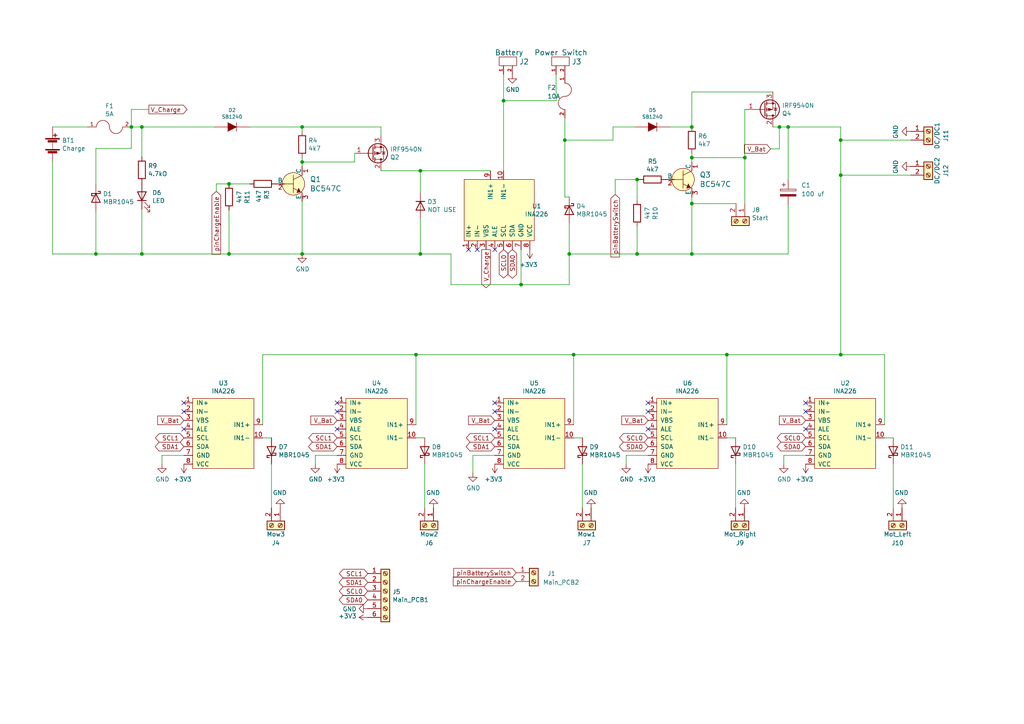
<source format=kicad_sch>
(kicad_sch (version 20211123) (generator eeschema)
  (paper "A4")
  (lib_symbols
    (symbol "Connector:Screw_Terminal_01x02" (pin_names (offset 1.016) hide)
      (property "Reference" "J" (at 0 2.54 0))
      (property "Value" "Screw_Terminal_01x02" (at 0 -5.08 0))
      (symbol "Screw_Terminal_01x02_1_1"
        (rectangle (start -1.27 1.27) (end 1.27 -3.81) (stroke (width 0.254)) (fill (type background)))
        (circle (center 0 -2.54) (radius 0.635) (stroke (width 0.1524)))
        (polyline (pts (xy -0.5334 -2.2098) (xy 0.3302 -3.048)) (stroke (width 0.1524)))
        (polyline (pts (xy -0.5334 0.3302) (xy 0.3302 -0.508)) (stroke (width 0.1524)))
        (polyline (pts (xy -0.3556 -2.032) (xy 0.508 -2.8702)) (stroke (width 0.1524)))
        (polyline (pts (xy -0.3556 0.508) (xy 0.508 -0.3302)) (stroke (width 0.1524)))
        (circle (center 0 0) (radius 0.635) (stroke (width 0.1524)))
        (pin passive line (at -5.08 0 0) (length 3.81) (name "Pin_1") (number "1"))
        (pin passive line (at -5.08 -2.54 0) (length 3.81) (name "Pin_2") (number "2"))
      )
    )
    (symbol "Connector:Screw_Terminal_01x06" (pin_names (offset 1.016) hide)
      (property "Reference" "J" (at 0 7.62 0))
      (property "Value" "Screw_Terminal_01x06" (at 0 -10.16 0))
      (symbol "Screw_Terminal_01x06_1_1"
        (rectangle (start -1.27 6.35) (end 1.27 -8.89) (stroke (width 0.254)) (fill (type background)))
        (circle (center 0 -7.62) (radius 0.635) (stroke (width 0.1524)))
        (circle (center 0 -5.08) (radius 0.635) (stroke (width 0.1524)))
        (circle (center 0 -2.54) (radius 0.635) (stroke (width 0.1524)))
        (polyline (pts (xy -0.5334 -7.2898) (xy 0.3302 -8.128)) (stroke (width 0.1524)))
        (polyline (pts (xy -0.5334 -4.7498) (xy 0.3302 -5.588)) (stroke (width 0.1524)))
        (polyline (pts (xy -0.5334 -2.2098) (xy 0.3302 -3.048)) (stroke (width 0.1524)))
        (polyline (pts (xy -0.5334 0.3302) (xy 0.3302 -0.508)) (stroke (width 0.1524)))
        (polyline (pts (xy -0.5334 2.8702) (xy 0.3302 2.032)) (stroke (width 0.1524)))
        (polyline (pts (xy -0.5334 5.4102) (xy 0.3302 4.572)) (stroke (width 0.1524)))
        (polyline (pts (xy -0.3556 -7.112) (xy 0.508 -7.9502)) (stroke (width 0.1524)))
        (polyline (pts (xy -0.3556 -4.572) (xy 0.508 -5.4102)) (stroke (width 0.1524)))
        (polyline (pts (xy -0.3556 -2.032) (xy 0.508 -2.8702)) (stroke (width 0.1524)))
        (polyline (pts (xy -0.3556 0.508) (xy 0.508 -0.3302)) (stroke (width 0.1524)))
        (polyline (pts (xy -0.3556 3.048) (xy 0.508 2.2098)) (stroke (width 0.1524)))
        (polyline (pts (xy -0.3556 5.588) (xy 0.508 4.7498)) (stroke (width 0.1524)))
        (circle (center 0 0) (radius 0.635) (stroke (width 0.1524)))
        (circle (center 0 2.54) (radius 0.635) (stroke (width 0.1524)))
        (circle (center 0 5.08) (radius 0.635) (stroke (width 0.1524)))
        (pin passive line (at -5.08 5.08 0) (length 3.81) (name "Pin_1") (number "1"))
        (pin passive line (at -5.08 2.54 0) (length 3.81) (name "Pin_2") (number "2"))
        (pin passive line (at -5.08 0 0) (length 3.81) (name "Pin_3") (number "3"))
        (pin passive line (at -5.08 -2.54 0) (length 3.81) (name "Pin_4") (number "4"))
        (pin passive line (at -5.08 -5.08 0) (length 3.81) (name "Pin_5") (number "5"))
        (pin passive line (at -5.08 -7.62 0) (length 3.81) (name "Pin_6") (number "6"))
      )
    )
    (symbol "Device:Battery" (pin_numbers hide) (pin_names (offset 0) hide)
      (property "Reference" "BT" (at 2.54 2.54 0))
      (property "Value" "Battery" (at 2.54 0 0))
      (symbol "Battery_0_1"
        (rectangle (start -2.032 -1.397) (end 2.032 -1.651) (fill (type outline)))
        (rectangle (start -2.032 1.778) (end 2.032 1.524) (fill (type outline)))
        (rectangle (start -1.3208 -1.9812) (end 1.27 -2.4892) (fill (type outline)))
        (rectangle (start -1.3208 1.1938) (end 1.27 0.6858) (fill (type outline)))
        (polyline (pts (xy 0 -1.524) (xy 0 -1.27)))
        (polyline (pts (xy 0 -1.016) (xy 0 -0.762)))
        (polyline (pts (xy 0 -0.508) (xy 0 -0.254)))
        (polyline (pts (xy 0 0) (xy 0 0.254)))
        (polyline (pts (xy 0 0.508) (xy 0 0.762)))
        (polyline (pts (xy 0 1.778) (xy 0 2.54)))
        (polyline (pts (xy 0.254 2.667) (xy 1.27 2.667)) (stroke (width 0.254)))
        (polyline (pts (xy 0.762 3.175) (xy 0.762 2.159)) (stroke (width 0.254)))
      )
      (symbol "Battery_1_1"
        (pin passive line (at 0 5.08 270) (length 2.54) (name "+") (number "1"))
        (pin passive line (at 0 -5.08 90) (length 2.54) (name "-") (number "2"))
      )
    )
    (symbol "Device:C_Polarized" (pin_numbers hide) (pin_names (offset 0.254))
      (property "Reference" "C" (at 0.635 2.54 0))
      (property "Value" "C_Polarized" (at 0.635 -2.54 0))
      (symbol "C_Polarized_0_1"
        (rectangle (start -2.286 0.508) (end 2.286 1.016))
        (polyline (pts (xy -1.778 2.286) (xy -0.762 2.286)))
        (polyline (pts (xy -1.27 2.794) (xy -1.27 1.778)))
        (rectangle (start 2.286 -0.508) (end -2.286 -1.016) (fill (type outline)))
      )
      (symbol "C_Polarized_1_1"
        (pin passive line (at 0 3.81 270) (length 2.794) (name "~") (number "1"))
        (pin passive line (at 0 -3.81 90) (length 2.794) (name "~") (number "2"))
      )
    )
    (symbol "Device:LED" (pin_numbers hide) (pin_names (offset 1.016) hide)
      (property "Reference" "D" (at 0 2.54 0))
      (property "Value" "LED" (at 0 -2.54 0))
      (symbol "LED_0_1"
        (polyline (pts (xy -1.27 -1.27) (xy -1.27 1.27)) (stroke (width 0.254)))
        (polyline (pts (xy -1.27 0) (xy 1.27 0)))
        (polyline (pts (xy 1.27 -1.27) (xy 1.27 1.27) (xy -1.27 0) (xy 1.27 -1.27)) (stroke (width 0.254)))
        (polyline (pts (xy -3.048 -0.762) (xy -4.572 -2.286) (xy -3.81 -2.286) (xy -4.572 -2.286) (xy -4.572 -1.524)))
        (polyline (pts (xy -1.778 -0.762) (xy -3.302 -2.286) (xy -2.54 -2.286) (xy -3.302 -2.286) (xy -3.302 -1.524)))
      )
      (symbol "LED_1_1"
        (pin passive line (at -3.81 0 0) (length 2.54) (name "K") (number "1"))
        (pin passive line (at 3.81 0 180) (length 2.54) (name "A") (number "2"))
      )
    )
    (symbol "Device:R" (pin_numbers hide) (pin_names (offset 0))
      (property "Reference" "R" (at 2.032 0 90))
      (property "Value" "R" (at 0 0 90))
      (symbol "R_0_1"
        (rectangle (start -1.016 -2.54) (end 1.016 2.54) (stroke (width 0.254)))
      )
      (symbol "R_1_1"
        (pin passive line (at 0 3.81 270) (length 1.27) (name "~") (number "1"))
        (pin passive line (at 0 -3.81 90) (length 1.27) (name "~") (number "2"))
      )
    )
    (symbol "Diode:1N4148" (pin_numbers hide) (pin_names (offset 1.016) hide)
      (property "Reference" "D" (at 0 2.54 0))
      (property "Value" "1N4148" (at 0 -2.54 0))
      (symbol "1N4148_0_1"
        (polyline (pts (xy -1.27 1.27) (xy -1.27 -1.27)) (stroke (width 0.254)))
        (polyline (pts (xy 1.27 0) (xy -1.27 0)))
        (polyline (pts (xy 1.27 1.27) (xy 1.27 -1.27) (xy -1.27 0) (xy 1.27 1.27)) (stroke (width 0.254)))
      )
      (symbol "1N4148_1_1"
        (pin passive line (at -3.81 0 0) (length 2.54) (name "K") (number "1"))
        (pin passive line (at 3.81 0 180) (length 2.54) (name "A") (number "2"))
      )
    )
    (symbol "Diode:MBR745" (pin_numbers hide) (pin_names (offset 1.016) hide)
      (property "Reference" "D" (at 0 2.54 0))
      (property "Value" "MBR745" (at 0 -2.54 0))
      (symbol "MBR745_0_1"
        (polyline (pts (xy 1.27 0) (xy -1.27 0)))
        (polyline (pts (xy 1.27 1.27) (xy 1.27 -1.27) (xy -1.27 0) (xy 1.27 1.27)) (stroke (width 0.254)))
        (polyline (pts (xy -1.905 0.635) (xy -1.905 1.27) (xy -1.27 1.27) (xy -1.27 -1.27) (xy -0.635 -1.27) (xy -0.635 -0.635)) (stroke (width 0.254)))
      )
      (symbol "MBR745_1_1"
        (pin passive line (at -3.81 0 0) (length 2.54) (name "K") (number "1"))
        (pin passive line (at 3.81 0 180) (length 2.54) (name "A") (number "2"))
      )
    )
    (symbol "Mechanical:MountingHole_Pad" (pin_numbers hide) (pin_names (offset 1.016) hide)
      (property "Reference" "H" (at 0 6.35 0))
      (property "Value" "MountingHole_Pad" (at 0 4.445 0))
      (symbol "MountingHole_Pad_0_1"
        (circle (center 0 1.27) (radius 1.27) (stroke (width 1.27)))
      )
      (symbol "MountingHole_Pad_1_1"
        (pin input line (at 0 -2.54 90) (length 2.54) (name "1") (number "1"))
      )
    )
    (symbol "Sense_I2C:INA226" (pin_names (offset 1.016))
      (property "Reference" "U" (at 0 11.43 0))
      (property "Value" "INA226" (at 3.81 -6.35 0))
      (symbol "INA226_0_1"
        (rectangle (start 8.89 -10.16) (end -8.89 10.16) (fill (type background)))
      )
      (symbol "INA226_1_1"
        (pin input line (at -11.43 8.89 0) (length 2.54) (name "IN+") (number "1"))
        (pin input line (at 11.43 -1.27 180) (length 2.54) (name "IN1-") (number "10"))
        (pin input line (at -11.43 6.35 0) (length 2.54) (name "IN-") (number "2"))
        (pin input line (at -11.43 3.81 0) (length 2.54) (name "VBS") (number "3"))
        (pin input line (at -11.43 1.27 0) (length 2.54) (name "ALE") (number "4"))
        (pin bidirectional line (at -11.43 -1.27 0) (length 2.54) (name "SCL") (number "5"))
        (pin bidirectional line (at -11.43 -3.81 0) (length 2.54) (name "SDA") (number "6"))
        (pin input line (at -11.43 -6.35 0) (length 2.54) (name "GND") (number "7"))
        (pin input line (at -11.43 -8.89 0) (length 2.54) (name "VCC") (number "8"))
        (pin input line (at 11.43 2.54 180) (length 2.54) (name "IN1+") (number "9"))
      )
    )
    (symbol "Transistor_FET:IRF9540N" (pin_names hide)
      (property "Reference" "Q" (at 5.08 1.905 0))
      (property "Value" "IRF9540N" (at 5.08 0 0))
      (symbol "IRF9540N_0_1"
        (polyline (pts (xy 0.254 0) (xy -2.54 0)))
        (polyline (pts (xy 0.254 1.905) (xy 0.254 -1.905)) (stroke (width 0.254)))
        (polyline (pts (xy 0.762 -1.27) (xy 0.762 -2.286)) (stroke (width 0.254)))
        (polyline (pts (xy 0.762 0.508) (xy 0.762 -0.508)) (stroke (width 0.254)))
        (polyline (pts (xy 0.762 2.286) (xy 0.762 1.27)) (stroke (width 0.254)))
        (polyline (pts (xy 2.54 2.54) (xy 2.54 1.778)))
        (polyline (pts (xy 2.54 -2.54) (xy 2.54 0) (xy 0.762 0)))
        (polyline (pts (xy 0.762 1.778) (xy 3.302 1.778) (xy 3.302 -1.778) (xy 0.762 -1.778)))
        (polyline (pts (xy 2.286 0) (xy 1.27 0.381) (xy 1.27 -0.381) (xy 2.286 0)) (fill (type outline)))
        (polyline (pts (xy 2.794 -0.508) (xy 2.921 -0.381) (xy 3.683 -0.381) (xy 3.81 -0.254)))
        (polyline (pts (xy 3.302 -0.381) (xy 2.921 0.254) (xy 3.683 0.254) (xy 3.302 -0.381)))
        (circle (center 1.651 0) (radius 2.794) (stroke (width 0.254)))
        (circle (center 2.54 -1.778) (radius 0.254) (fill (type outline)))
        (circle (center 2.54 1.778) (radius 0.254) (fill (type outline)))
      )
      (symbol "IRF9540N_1_1"
        (pin input line (at -5.08 0 0) (length 2.54) (name "G") (number "1"))
        (pin passive line (at 2.54 5.08 270) (length 2.54) (name "D") (number "2"))
        (pin passive line (at 2.54 -5.08 90) (length 2.54) (name "S") (number "3"))
      )
    )
    (symbol "charge_pcb-rescue:BC548BTA-dk_Transistors-Bipolar-BJT-Single" (pin_names (offset 0))
      (property "Reference" "Q" (at -3.2004 4.2164 0))
      (property "Value" "BC548BTA-dk_Transistors-Bipolar-BJT-Single" (at 5.2324 0 90))
      (symbol "BC548BTA-dk_Transistors-Bipolar-BJT-Single_0_1"
        (polyline (pts (xy -3.81 0) (xy -2.54 0)))
        (polyline (pts (xy -3.556 0) (xy 0 0)))
        (polyline (pts (xy 0 -1.27) (xy 2.54 -2.54)))
        (polyline (pts (xy 0 1.27) (xy 2.54 2.54)))
        (polyline (pts (xy 0 2.54) (xy 0 -2.54)))
        (polyline (pts (xy 1.524 -1.27) (xy 2.032 -2.286) (xy 1.016 -2.54) (xy 1.524 -1.27)) (fill (type outline)))
        (circle (center 0 0) (radius 3.2512) (fill (type background)))
      )
      (symbol "BC548BTA-dk_Transistors-Bipolar-BJT-Single_1_1"
        (pin passive line (at 2.54 5.08 270) (length 2.54) (name "C") (number "1"))
        (pin input line (at -5.08 0 0) (length 2.54) (name "B") (number "2"))
        (pin passive line (at 2.54 -5.08 90) (length 2.54) (name "E") (number "3"))
      )
    )
    (symbol "charge_pcb-rescue:DIODE-Lötpad_2,5mm" (pin_numbers hide) (pin_names (offset 1.016) hide)
      (property "Reference" "D" (at 0 2.54 0))
      (property "Value" "DIODE-Lötpad_2,5mm" (at 0 -2.54 0))
      (symbol "DIODE-Lötpad_2,5mm_0_1"
        (polyline (pts (xy 1.27 1.27) (xy 1.27 -1.27)) (stroke (width 0.1524)))
        (polyline (pts (xy -1.27 1.27) (xy 1.27 0) (xy -1.27 -1.27)) (fill (type outline)))
      )
      (symbol "DIODE-Lötpad_2,5mm_1_1"
        (pin passive line (at -5.08 0 0) (length 3.81) (name "A") (number "1"))
        (pin passive line (at 5.08 0 180) (length 3.81) (name "K") (number "2"))
      )
    )
    (symbol "charge_pcb-rescue:FUSE-Zimprich" (pin_names (offset 0.254))
      (property "Reference" "F" (at 2.54 1.27 0))
      (property "Value" "FUSE-Zimprich" (at -2.54 -1.27 0))
      (symbol "FUSE-Zimprich_0_1"
        (arc (start 0 0) (mid -1.905 1.905) (end -3.81 0))
        (arc (start 0 0) (mid 1.905 -1.905) (end 3.81 0))
      )
      (symbol "FUSE-Zimprich_1_1"
        (pin input line (at -6.35 0 0) (length 2.54) (name "~") (number "1"))
        (pin input line (at 6.35 0 180) (length 2.54) (name "~") (number "2"))
      )
    )
    (symbol "charge_pcb-rescue:GND-Lötpad_2,5mm" (power) (pin_names (offset 0))
      (property "Value" "GND-Lötpad_2,5mm" (at 0 -3.81 0))
      (symbol "GND-Lötpad_2,5mm_0_1"
        (polyline (pts (xy 0 0) (xy 0 -1.27) (xy 1.27 -1.27) (xy 0 -2.54) (xy -1.27 -1.27) (xy 0 -1.27)))
      )
      (symbol "GND-Lötpad_2,5mm_1_1"
        (pin power_in line (at 0 0 270) (length 0) hide (name "GND") (number "1"))
      )
    )
    (symbol "charge_pcb-rescue:HEADER_2-Zimprich" (pin_names (offset 0))
      (property "Reference" "J" (at 0 3.81 0))
      (property "Value" "HEADER_2-Zimprich" (at 0 -3.81 0))
      (symbol "HEADER_2-Zimprich_0_1"
        (rectangle (start 2.54 2.54) (end 0 -2.54))
      )
      (symbol "HEADER_2-Zimprich_1_1"
        (pin passive line (at -2.54 1.27 0) (length 2.54) (name "~") (number "1"))
        (pin passive line (at -2.54 -1.27 0) (length 2.54) (name "~") (number "2"))
      )
    )
    (symbol "power:+3.3V" (power) (pin_names (offset 0))
      (property "Value" "+3.3V" (at 0 3.556 0))
      (symbol "+3.3V_0_1"
        (polyline (pts (xy -0.762 1.27) (xy 0 2.54)))
        (polyline (pts (xy 0 0) (xy 0 2.54)))
        (polyline (pts (xy 0 2.54) (xy 0.762 1.27)))
      )
      (symbol "+3.3V_1_1"
        (pin power_in line (at 0 0 90) (length 0) hide (name "+3V3") (number "1"))
      )
    )
    (symbol "power:+3V3" (power) (pin_names (offset 0))
      (property "Value" "+3V3" (at 0 3.556 0))
      (symbol "+3V3_0_1"
        (polyline (pts (xy -0.762 1.27) (xy 0 2.54)))
        (polyline (pts (xy 0 0) (xy 0 2.54)))
        (polyline (pts (xy 0 2.54) (xy 0.762 1.27)))
      )
      (symbol "+3V3_1_1"
        (pin power_in line (at 0 0 90) (length 0) hide (name "+3V3") (number "1"))
      )
    )
    (symbol "power:GND" (power) (pin_names (offset 0))
      (property "Value" "GND" (at 0 -3.81 0))
      (symbol "GND_0_1"
        (polyline (pts (xy 0 0) (xy 0 -1.27) (xy 1.27 -1.27) (xy 0 -2.54) (xy -1.27 -1.27) (xy 0 -1.27)))
      )
      (symbol "GND_1_1"
        (pin power_in line (at 0 0 270) (length 0) hide (name "GND") (number "1"))
      )
    )
  )
  (junction (at 243.84 102.87))
  (junction (at 200.66 59.055))
  (junction (at 226.06 36.83))
  (junction (at 87.63 36.83))
  (junction (at 200.66 73.66))
  (junction (at 210.82 102.87))
  (junction (at 166.37 102.87))
  (junction (at 87.63 73.66))
  (junction (at 216.027 45.72))
  (junction (at 165.1 73.66))
  (junction (at 243.84 40.64))
  (junction (at 228.6 36.83))
  (junction (at 200.66 45.72))
  (junction (at 120.65 102.87))
  (junction (at 151.13 82.55))
  (junction (at 27.813 73.66))
  (junction (at 121.92 73.66))
  (junction (at 146.05 29.21))
  (junction (at 121.92 49.53))
  (junction (at 38.1 36.83))
  (junction (at 66.421 73.66))
  (junction (at 41.148 73.66))
  (junction (at 66.421 53.34))
  (junction (at 184.785 52.07))
  (junction (at 41.148 36.83))
  (junction (at 163.83 40.64))
  (junction (at 200.66 36.83))
  (junction (at 87.63 46.99))
  (junction (at 243.84 50.8))
  (junction (at 184.785 73.66))
  (no_connect (at 143.51 124.46))
  (no_connect (at 187.96 116.84))
  (no_connect (at 135.89 72.39))
  (no_connect (at 233.68 124.46))
  (no_connect (at 53.34 119.38))
  (no_connect (at 143.51 116.84))
  (no_connect (at 97.79 119.38))
  (no_connect (at 97.79 124.46))
  (no_connect (at 53.34 116.84))
  (no_connect (at 233.68 116.84))
  (no_connect (at 53.34 124.46))
  (no_connect (at 143.51 119.38))
  (no_connect (at 187.96 124.46))
  (no_connect (at 143.51 72.39))
  (no_connect (at 97.79 116.84))
  (no_connect (at 233.68 119.38))
  (no_connect (at 138.43 72.39))
  (no_connect (at 187.96 119.38))
  (wire (pts (xy 87.63 36.83) (xy 110.49 36.83)))
  (wire (pts (xy 185.42 52.07) (xy 184.785 52.07)))
  (wire (pts (xy 227.33 132.08) (xy 227.33 134.62)))
  (wire (pts (xy 210.82 127) (xy 213.36 127)))
  (wire (pts (xy 143.51 132.08) (xy 137.16 132.08)))
  (wire (pts (xy 200.66 57.15) (xy 200.66 59.055)))
  (wire (pts (xy 161.29 21.59) (xy 161.29 29.21)))
  (wire (pts (xy 41.148 45.466) (xy 41.148 36.83)))
  (wire (pts (xy 224.155 26.67) (xy 200.66 26.67)))
  (wire (pts (xy 137.16 132.08) (xy 137.16 137.16)))
  (wire (pts (xy 243.84 50.8) (xy 243.84 102.87)))
  (wire (pts (xy 200.66 45.72) (xy 200.66 46.99)))
  (wire (pts (xy 165.1 73.66) (xy 184.785 73.66)))
  (wire (pts (xy 200.66 45.72) (xy 216.027 45.72)))
  (wire (pts (xy 120.65 102.87) (xy 166.37 102.87)))
  (wire (pts (xy 264.16 50.8) (xy 243.84 50.8)))
  (wire (pts (xy 123.19 134.62) (xy 123.19 147.32)))
  (wire (pts (xy 163.83 57.15) (xy 165.1 57.15)))
  (wire (pts (xy 243.84 102.87) (xy 210.82 102.87)))
  (wire (pts (xy 163.83 40.64) (xy 163.83 57.15)))
  (wire (pts (xy 177.8 40.64) (xy 177.8 36.83)))
  (wire (pts (xy 146.05 29.21) (xy 146.05 49.53)))
  (wire (pts (xy 243.84 102.87) (xy 256.54 102.87)))
  (wire (pts (xy 228.6 36.83) (xy 243.84 36.83)))
  (wire (pts (xy 200.66 73.66) (xy 228.6 73.66)))
  (wire (pts (xy 43.18 31.75) (xy 38.1 31.75)))
  (wire (pts (xy 130.81 73.66) (xy 130.81 82.55)))
  (wire (pts (xy 87.63 45.72) (xy 87.63 46.99)))
  (wire (pts (xy 184.785 65.659) (xy 184.785 73.66)))
  (wire (pts (xy 163.83 34.29) (xy 163.83 40.64)))
  (wire (pts (xy 223.52 43.18) (xy 226.06 43.18)))
  (wire (pts (xy 165.1 82.55) (xy 165.1 73.66)))
  (wire (pts (xy 256.54 127) (xy 259.08 127)))
  (wire (pts (xy 46.99 132.08) (xy 46.99 134.62)))
  (wire (pts (xy 97.79 132.08) (xy 91.44 132.08)))
  (wire (pts (xy 41.148 60.706) (xy 41.148 73.66)))
  (wire (pts (xy 72.39 36.83) (xy 87.63 36.83)))
  (wire (pts (xy 168.91 134.62) (xy 168.91 147.32)))
  (wire (pts (xy 87.63 46.99) (xy 87.63 48.26)))
  (wire (pts (xy 200.66 44.45) (xy 200.66 45.72)))
  (wire (pts (xy 163.83 40.64) (xy 177.8 40.64)))
  (wire (pts (xy 66.421 53.34) (xy 72.39 53.34)))
  (wire (pts (xy 76.2 123.19) (xy 76.2 102.87)))
  (wire (pts (xy 228.6 59.69) (xy 228.6 73.66)))
  (wire (pts (xy 226.06 43.18) (xy 226.06 36.83)))
  (wire (pts (xy 110.49 49.53) (xy 121.92 49.53)))
  (wire (pts (xy 256.54 102.87) (xy 256.54 123.19)))
  (wire (pts (xy 66.421 53.34) (xy 62.738 53.34)))
  (wire (pts (xy 142.24 49.53) (xy 121.92 49.53)))
  (wire (pts (xy 151.13 72.39) (xy 151.13 82.55)))
  (wire (pts (xy 87.63 73.66) (xy 121.92 73.66)))
  (wire (pts (xy 87.63 36.83) (xy 87.63 38.1)))
  (wire (pts (xy 41.148 36.83) (xy 62.23 36.83)))
  (wire (pts (xy 121.92 63.5) (xy 121.92 73.66)))
  (wire (pts (xy 120.65 127) (xy 123.19 127)))
  (wire (pts (xy 27.813 61.214) (xy 27.813 73.66)))
  (wire (pts (xy 53.34 132.08) (xy 46.99 132.08)))
  (wire (pts (xy 76.2 102.87) (xy 120.65 102.87)))
  (wire (pts (xy 259.08 134.62) (xy 259.08 147.32)))
  (wire (pts (xy 200.66 26.67) (xy 200.66 36.83)))
  (wire (pts (xy 194.31 36.83) (xy 200.66 36.83)))
  (wire (pts (xy 91.44 132.08) (xy 91.44 134.62)))
  (wire (pts (xy 38.1 31.75) (xy 38.1 36.83)))
  (wire (pts (xy 184.785 58.039) (xy 184.785 52.07)))
  (wire (pts (xy 184.785 73.66) (xy 200.66 73.66)))
  (wire (pts (xy 166.37 123.19) (xy 166.37 102.87)))
  (wire (pts (xy 110.49 36.83) (xy 110.49 39.37)))
  (wire (pts (xy 184.785 52.07) (xy 178.435 52.07)))
  (wire (pts (xy 210.82 123.19) (xy 210.82 102.87)))
  (wire (pts (xy 226.06 36.83) (xy 228.6 36.83)))
  (wire (pts (xy 243.84 36.83) (xy 243.84 40.64)))
  (wire (pts (xy 66.421 60.96) (xy 66.421 73.66)))
  (wire (pts (xy 27.813 73.66) (xy 41.148 73.66)))
  (wire (pts (xy 166.37 102.87) (xy 210.82 102.87)))
  (wire (pts (xy 228.6 52.07) (xy 228.6 36.83)))
  (wire (pts (xy 130.81 82.55) (xy 151.13 82.55)))
  (wire (pts (xy 161.29 29.21) (xy 146.05 29.21)))
  (wire (pts (xy 15.24 73.66) (xy 27.813 73.66)))
  (wire (pts (xy 41.148 73.66) (xy 66.421 73.66)))
  (wire (pts (xy 120.65 123.19) (xy 120.65 102.87)))
  (wire (pts (xy 216.027 31.75) (xy 216.027 45.72)))
  (wire (pts (xy 78.74 134.62) (xy 78.74 147.32)))
  (wire (pts (xy 121.92 55.88) (xy 121.92 49.53)))
  (wire (pts (xy 146.05 21.59) (xy 146.05 29.21)))
  (wire (pts (xy 264.16 40.64) (xy 243.84 40.64)))
  (wire (pts (xy 102.87 46.99) (xy 102.87 44.45)))
  (wire (pts (xy 166.37 127) (xy 168.91 127)))
  (wire (pts (xy 187.96 132.08) (xy 181.61 132.08)))
  (wire (pts (xy 243.84 40.64) (xy 243.84 50.8)))
  (wire (pts (xy 121.92 73.66) (xy 130.81 73.66)))
  (wire (pts (xy 200.66 59.055) (xy 200.66 73.66)))
  (wire (pts (xy 216.027 45.72) (xy 216.027 59.055)))
  (wire (pts (xy 76.2 127) (xy 78.74 127)))
  (wire (pts (xy 38.1 36.83) (xy 38.1 43.053)))
  (wire (pts (xy 38.1 43.053) (xy 27.813 43.053)))
  (wire (pts (xy 216.535 31.75) (xy 216.027 31.75)))
  (wire (pts (xy 177.8 36.83) (xy 184.15 36.83)))
  (wire (pts (xy 62.738 53.34) (xy 62.738 55.499)))
  (wire (pts (xy 213.36 134.62) (xy 213.36 147.32)))
  (wire (pts (xy 66.421 73.66) (xy 87.63 73.66)))
  (wire (pts (xy 15.24 36.83) (xy 25.4 36.83)))
  (wire (pts (xy 181.61 132.08) (xy 181.61 134.62)))
  (wire (pts (xy 224.155 36.83) (xy 226.06 36.83)))
  (wire (pts (xy 87.63 73.66) (xy 87.63 58.42)))
  (wire (pts (xy 87.63 46.99) (xy 102.87 46.99)))
  (wire (pts (xy 233.68 132.08) (xy 227.33 132.08)))
  (wire (pts (xy 27.813 43.053) (xy 27.813 53.594)))
  (wire (pts (xy 178.435 52.07) (xy 178.435 56.388)))
  (wire (pts (xy 213.487 59.055) (xy 200.66 59.055)))
  (wire (pts (xy 38.1 36.83) (xy 41.148 36.83)))
  (wire (pts (xy 165.1 73.66) (xy 165.1 64.77)))
  (wire (pts (xy 15.24 73.66) (xy 15.24 46.99)))
  (wire (pts (xy 151.13 82.55) (xy 165.1 82.55)))
  (global_label "V_Charge" (shape output) (at 140.97 72.39 270) (property "Intersheet References" "${INTERSHEET_REFS}" (effects hide)))
  (global_label "SDA0" (shape bidirectional) (at 187.96 129.54 180) (property "Intersheet References" "${INTERSHEET_REFS}" (effects hide)))
  (global_label "SCL1" (shape bidirectional) (at 97.79 127 180) (property "Intersheet References" "${INTERSHEET_REFS}" (effects hide)))
  (global_label "SCL1" (shape bidirectional) (at 106.68 166.37 180) (property "Intersheet References" "${INTERSHEET_REFS}" (effects hide)))
  (global_label "SCL0" (shape bidirectional) (at 146.05 72.39 270) (property "Intersheet References" "${INTERSHEET_REFS}" (effects hide)))
  (global_label "V_Bat" (shape input) (at 53.34 121.92 180) (property "Intersheet References" "${INTERSHEET_REFS}" (effects hide)))
  (global_label "SCL1" (shape bidirectional) (at 143.51 127 180) (property "Intersheet References" "${INTERSHEET_REFS}" (effects hide)))
  (global_label "pinChargeEnable" (shape input) (at 149.733 168.656 180) (property "Intersheet References" "${INTERSHEET_REFS}" (effects hide)))
  (global_label "SDA0" (shape bidirectional) (at 106.68 173.99 180) (property "Intersheet References" "${INTERSHEET_REFS}" (effects hide)))
  (global_label "SDA1" (shape bidirectional) (at 53.34 129.54 180) (property "Intersheet References" "${INTERSHEET_REFS}" (effects hide)))
  (global_label "SDA0" (shape bidirectional) (at 233.68 129.54 180) (property "Intersheet References" "${INTERSHEET_REFS}" (effects hide)))
  (global_label "V_Bat" (shape input) (at 187.96 121.92 180) (property "Intersheet References" "${INTERSHEET_REFS}" (effects hide)))
  (global_label "SDA1" (shape bidirectional) (at 97.79 129.54 180) (property "Intersheet References" "${INTERSHEET_REFS}" (effects hide)))
  (global_label "V_Bat" (shape input) (at 143.51 121.92 180) (property "Intersheet References" "${INTERSHEET_REFS}" (effects hide)))
  (global_label "SDA1" (shape bidirectional) (at 106.68 168.91 180) (property "Intersheet References" "${INTERSHEET_REFS}" (effects hide)))
  (global_label "V_Charge" (shape output) (at 43.18 31.75 0) (property "Intersheet References" "${INTERSHEET_REFS}" (effects hide)))
  (global_label "pinBatterySwitch" (shape input) (at 149.733 166.116 180) (property "Intersheet References" "${INTERSHEET_REFS}" (effects hide)))
  (global_label "SCL0" (shape bidirectional) (at 187.96 127 180) (property "Intersheet References" "${INTERSHEET_REFS}" (effects hide)))
  (global_label "V_Bat" (shape input) (at 223.52 43.18 180) (property "Intersheet References" "${INTERSHEET_REFS}" (effects hide)))
  (global_label "pinChargeEnable" (shape input) (at 62.738 55.499 270) (property "Intersheet References" "${INTERSHEET_REFS}" (effects hide)))
  (global_label "SCL0" (shape bidirectional) (at 106.68 171.45 180) (property "Intersheet References" "${INTERSHEET_REFS}" (effects hide)))
  (global_label "SDA0" (shape bidirectional) (at 148.59 72.39 270) (property "Intersheet References" "${INTERSHEET_REFS}" (effects hide)))
  (global_label "V_Bat" (shape input) (at 233.68 121.92 180) (property "Intersheet References" "${INTERSHEET_REFS}" (effects hide)))
  (global_label "SCL1" (shape bidirectional) (at 53.34 127 180) (property "Intersheet References" "${INTERSHEET_REFS}" (effects hide)))
  (global_label "V_Bat" (shape input) (at 97.79 121.92 180) (property "Intersheet References" "${INTERSHEET_REFS}" (effects hide)))
  (global_label "SCL0" (shape bidirectional) (at 233.68 127 180) (property "Intersheet References" "${INTERSHEET_REFS}" (effects hide)))
  (global_label "pinBatterySwitch" (shape input) (at 178.435 56.388 270) (property "Intersheet References" "${INTERSHEET_REFS}" (effects hide)))
  (global_label "SDA1" (shape bidirectional) (at 143.51 129.54 180) (property "Intersheet References" "${INTERSHEET_REFS}" (effects hide)))
  (symbol (lib_id "Diode:MBR745") (at 27.813 57.404 270) (unit 1)
    (property "Reference" "D1" (at 29.845 56.2356 90) (effects (justify left)))
    (property "Value" "MBR1045" (at 29.845 58.547 90) (effects (justify left)))
    (property "Footprint" "Package_TO_SOT_THT:TO-220-2_Vertical" (effects hide))
    (property "Datasheet" "http://www.onsemi.com/pub_link/Collateral/MBR735-D.PDF" (effects hide))
  )
  (symbol (lib_id "Device:Battery") (at 15.24 41.91 0) (unit 1)
    (property "Reference" "BT1" (at 17.9832 40.7416 0) (effects (justify left)))
    (property "Value" "Charge" (at 17.9832 43.053 0) (effects (justify left)))
    (property "Footprint" "Zimprich:Anschlussklemme_2P_RM5,08" (effects hide))
  )
  (symbol (lib_id "charge_pcb-rescue:FUSE-Zimprich") (at 31.75 36.83 0) (unit 1)
    (property "Reference" "F1" (at 31.75 30.734 0))
    (property "Value" "5A" (at 31.75 33.0454 0))
    (property "Footprint" "Zimprich:Fuseholder_Reichelt_PL112000" (effects hide))
  )
  (symbol (lib_id "charge_pcb-rescue:DIODE-Lötpad_2,5mm") (at 67.31 36.83 0) (unit 1)
    (property "Reference" "D2" (at 67.31 31.9532 0) (effects (font (size 1.016 1.016))))
    (property "Value" "SB1240" (at 67.31 33.8836 0) (effects (font (size 1.016 1.016))))
    (property "Footprint" "Diode_THT:D_DO-41_SOD81_P10.16mm_Horizontal" (effects hide))
  )
  (symbol (lib_id "charge_pcb-rescue:BC548BTA-dk_Transistors-Bipolar-BJT-Single") (at 85.09 53.34 0) (unit 1)
    (property "Reference" "Q1" (at 89.8652 51.9938 0) (effects (font (size 1.524 1.524)) (justify left)))
    (property "Value" "BC547C" (at 89.8652 54.6862 0) (effects (font (size 1.524 1.524)) (justify left)))
    (property "Footprint" "digikey-footprints:TO-92-3_Formed_Leads" (effects hide))
    (property "Datasheet" "https://media.digikey.com/pdf/Data%20Sheets/ON%20Semiconductor%20PDFs/BC546-50.pdf" (effects hide))
    (property "Digi-Key_PN" "BC548BTACT-ND" (effects hide))
    (property "MPN" "BC548BTA" (effects hide))
    (property "Category" "Discrete Semiconductor Products" (effects hide))
    (property "Family" "Transistors - Bipolar (BJT) - Single" (effects hide))
    (property "DK_Datasheet_Link" "https://media.digikey.com/pdf/Data%20Sheets/ON%20Semiconductor%20PDFs/BC546-50.pdf" (effects hide))
    (property "DK_Detail_Page" "/product-detail/en/on-semiconductor/BC548BTA/BC548BTACT-ND/4553029" (effects hide))
    (property "Description" "TRANS NPN 30V 0.1A TO-92" (effects hide))
    (property "Manufacturer" "ON Semiconductor" (effects hide))
    (property "Status" "Active" (effects hide))
  )
  (symbol (lib_id "Device:R") (at 87.63 41.91 0) (unit 1)
    (property "Reference" "R4" (at 89.408 40.7416 0) (effects (justify left)))
    (property "Value" "4k7" (at 89.408 43.053 0) (effects (justify left)))
    (property "Footprint" "Resistor_THT:R_Axial_DIN0207_L6.3mm_D2.5mm_P7.62mm_Horizontal" (effects hide))
  )
  (symbol (lib_id "Device:R") (at 76.2 53.34 270) (unit 1)
    (property "Reference" "R3" (at 77.3684 55.118 0) (effects (justify left)))
    (property "Value" "4k7" (at 75.057 55.118 0) (effects (justify left)))
    (property "Footprint" "Resistor_THT:R_Axial_DIN0207_L6.3mm_D2.5mm_P7.62mm_Horizontal" (effects hide))
  )
  (symbol (lib_id "charge_pcb-rescue:HEADER_2-Zimprich") (at 162.56 19.05 90) (unit 1)
    (property "Reference" "J3" (at 165.8112 17.907 90) (effects (font (size 1.524 1.524)) (justify right)))
    (property "Value" "Power Switch" (at 154.94 15.24 90) (effects (font (size 1.524 1.524)) (justify right)))
    (property "Footprint" "TerminalBlock:TerminalBlock_bornier-2_P5.08mm" (effects hide))
  )
  (symbol (lib_id "charge_pcb-rescue:HEADER_2-Zimprich") (at 147.32 19.05 90) (unit 1)
    (property "Reference" "J2" (at 150.5712 17.907 90) (effects (font (size 1.524 1.524)) (justify right)))
    (property "Value" "Battery" (at 143.51 15.24 90) (effects (font (size 1.524 1.524)) (justify right)))
    (property "Footprint" "TerminalBlock:TerminalBlock_bornier-2_P5.08mm" (effects hide))
  )
  (symbol (lib_id "Device:R") (at 41.148 49.276 0) (unit 1)
    (property "Reference" "R9" (at 42.926 48.1076 0) (effects (justify left)))
    (property "Value" "4.7kO" (at 42.926 50.419 0) (effects (justify left)))
    (property "Footprint" "Resistor_THT:R_Axial_DIN0207_L6.3mm_D2.5mm_P7.62mm_Horizontal" (effects hide))
  )
  (symbol (lib_id "charge_pcb-rescue:FUSE-Zimprich") (at 163.83 27.94 270) (unit 1)
    (property "Reference" "F2" (at 158.75 25.4 90) (effects (justify left)))
    (property "Value" "10A" (at 158.75 27.94 90) (effects (justify left)))
    (property "Footprint" "Zimprich:Fuseholder_Reichelt_PL112000" (effects hide))
  )
  (symbol (lib_id "power:GND") (at 148.59 21.59 0) (unit 1)
    (property "Reference" "#PWR02" (effects hide))
    (property "Value" "GND" (at 148.717 25.9842 0))
  )
  (symbol (lib_id "power:GND") (at 87.63 73.66 0) (unit 1)
    (property "Reference" "#PWR01" (effects hide))
    (property "Value" "GND" (at 87.757 78.0542 0))
  )
  (symbol (lib_id "Diode:MBR745") (at 165.1 60.96 270) (unit 1)
    (property "Reference" "D4" (at 167.132 59.7916 90) (effects (justify left)))
    (property "Value" "MBR1045" (at 167.132 62.103 90) (effects (justify left)))
    (property "Footprint" "Package_TO_SOT_THT:TO-220-2_Vertical" (effects hide))
    (property "Datasheet" "http://www.onsemi.com/pub_link/Collateral/MBR735-D.PDF" (effects hide))
  )
  (symbol (lib_id "Diode:1N4148") (at 121.92 59.69 270) (unit 1)
    (property "Reference" "D3" (at 123.952 58.5216 90) (effects (justify left)))
    (property "Value" "NOT USE" (at 123.952 60.833 90) (effects (justify left)))
    (property "Footprint" "Diode_THT:D_DO-35_SOD27_P7.62mm_Horizontal" (effects hide))
    (property "Datasheet" "https://assets.nexperia.com/documents/data-sheet/1N4148_1N4448.pdf" (effects hide))
  )
  (symbol (lib_id "charge_pcb-rescue:BC548BTA-dk_Transistors-Bipolar-BJT-Single") (at 198.12 52.07 0) (unit 1)
    (property "Reference" "Q3" (at 202.8952 50.7238 0) (effects (font (size 1.524 1.524)) (justify left)))
    (property "Value" "BC547C" (at 202.8952 53.4162 0) (effects (font (size 1.524 1.524)) (justify left)))
    (property "Footprint" "digikey-footprints:TO-92-3_Formed_Leads" (effects hide))
    (property "Datasheet" "https://media.digikey.com/pdf/Data%20Sheets/ON%20Semiconductor%20PDFs/BC546-50.pdf" (effects hide))
    (property "Digi-Key_PN" "BC548BTACT-ND" (effects hide))
    (property "MPN" "BC548BTA" (effects hide))
    (property "Category" "Discrete Semiconductor Products" (effects hide))
    (property "Family" "Transistors - Bipolar (BJT) - Single" (effects hide))
    (property "DK_Datasheet_Link" "https://media.digikey.com/pdf/Data%20Sheets/ON%20Semiconductor%20PDFs/BC546-50.pdf" (effects hide))
    (property "DK_Detail_Page" "/product-detail/en/on-semiconductor/BC548BTA/BC548BTACT-ND/4553029" (effects hide))
    (property "Description" "TRANS NPN 30V 0.1A TO-92" (effects hide))
    (property "Manufacturer" "ON Semiconductor" (effects hide))
    (property "Status" "Active" (effects hide))
  )
  (symbol (lib_id "Mechanical:MountingHole_Pad") (at 300.99 13.97 0) (unit 1)
    (property "Reference" "H1" (at 303.53 12.7254 0) (effects (justify left)))
    (property "Value" "MountingHole_Pad" (at 303.53 15.0368 0) (effects (justify left)))
    (property "Footprint" "MountingHole:MountingHole_3.2mm_M3_DIN965_Pad_TopBottom" (effects hide))
  )
  (symbol (lib_id "Device:LED") (at 41.148 56.896 90) (unit 1)
    (property "Reference" "D6" (at 44.1452 55.9054 90) (effects (justify right)))
    (property "Value" "LED" (at 44.1452 58.2168 90) (effects (justify right)))
    (property "Footprint" "LED_THT:LED_D1.8mm_W3.3mm_H2.4mm" (effects hide))
  )
  (symbol (lib_id "Device:R") (at 189.23 52.07 90) (unit 1)
    (property "Reference" "R5" (at 189.23 46.8122 90))
    (property "Value" "4k7" (at 189.23 49.1236 90))
    (property "Footprint" "Resistor_THT:R_Axial_DIN0207_L6.3mm_D2.5mm_P7.62mm_Horizontal" (effects hide))
  )
  (symbol (lib_id "Mechanical:MountingHole_Pad") (at 300.99 26.67 0) (unit 1)
    (property "Reference" "H2" (at 303.53 25.4254 0) (effects (justify left)))
    (property "Value" "MountingHole_Pad" (at 303.53 27.7368 0) (effects (justify left)))
    (property "Footprint" "MountingHole:MountingHole_3.2mm_M3_DIN965_Pad_TopBottom" (effects hide))
  )
  (symbol (lib_id "Mechanical:MountingHole_Pad") (at 300.99 39.37 0) (unit 1)
    (property "Reference" "H3" (at 303.53 38.1254 0) (effects (justify left)))
    (property "Value" "MountingHole_Pad" (at 303.53 40.4368 0) (effects (justify left)))
    (property "Footprint" "MountingHole:MountingHole_3.2mm_M3_DIN965_Pad_TopBottom" (effects hide))
  )
  (symbol (lib_id "Mechanical:MountingHole_Pad") (at 300.99 50.8 0) (unit 1)
    (property "Reference" "H4" (at 303.53 49.5554 0) (effects (justify left)))
    (property "Value" "MountingHole_Pad" (at 303.53 51.8668 0) (effects (justify left)))
    (property "Footprint" "MountingHole:MountingHole_3.2mm_M3_DIN965_Pad_TopBottom" (effects hide))
  )
  (symbol (lib_id "charge_pcb-rescue:GND-Lötpad_2,5mm") (at 300.99 16.51 0) (unit 1)
    (property "Reference" "#PWR0101" (effects hide))
    (property "Value" "GND" (at 301.117 21.1074 0) (effects (font (size 1.524 1.524))))
  )
  (symbol (lib_id "Device:R") (at 200.66 40.64 0) (unit 1)
    (property "Reference" "R6" (at 202.438 39.4716 0) (effects (justify left)))
    (property "Value" "4k7" (at 202.438 41.783 0) (effects (justify left)))
    (property "Footprint" "Resistor_THT:R_Axial_DIN0207_L6.3mm_D2.5mm_P7.62mm_Horizontal" (effects hide))
  )
  (symbol (lib_id "charge_pcb-rescue:GND-Lötpad_2,5mm") (at 300.99 29.21 0) (unit 1)
    (property "Reference" "#PWR0102" (effects hide))
    (property "Value" "GND" (at 301.117 33.8074 0) (effects (font (size 1.524 1.524))))
  )
  (symbol (lib_id "charge_pcb-rescue:GND-Lötpad_2,5mm") (at 300.99 41.91 0) (unit 1)
    (property "Reference" "#PWR0103" (effects hide))
    (property "Value" "GND" (at 301.117 46.5074 0) (effects (font (size 1.524 1.524))))
  )
  (symbol (lib_id "charge_pcb-rescue:GND-Lötpad_2,5mm") (at 300.99 53.34 0) (unit 1)
    (property "Reference" "#PWR0104" (effects hide))
    (property "Value" "GND" (at 301.117 57.9374 0) (effects (font (size 1.524 1.524))))
  )
  (symbol (lib_id "Connector:Screw_Terminal_01x02") (at 154.813 166.116 0) (unit 1)
    (property "Reference" "J1" (at 158.75 166.37 0) (effects (justify left)))
    (property "Value" "Main_PCB2" (at 157.48 168.91 0) (effects (justify left)))
    (property "Footprint" "Connector_JST:JST_XH_B2B-XH-A_1x02_P2.50mm_Vertical" (effects hide))
  )
  (symbol (lib_id "charge_pcb-rescue:DIODE-Lötpad_2,5mm") (at 189.23 36.83 0) (unit 1)
    (property "Reference" "D5" (at 189.23 31.9532 0) (effects (font (size 1.016 1.016))))
    (property "Value" "SB1240" (at 189.23 33.8836 0) (effects (font (size 1.016 1.016))))
    (property "Footprint" "Diode_THT:D_DO-41_SOD81_P10.16mm_Horizontal" (effects hide))
  )
  (symbol (lib_id "Connector:Screw_Terminal_01x02") (at 216.027 64.135 270) (unit 1)
    (property "Reference" "J8" (at 218.059 60.8838 90) (effects (justify left)))
    (property "Value" "Start" (at 218.059 63.1952 90) (effects (justify left)))
    (property "Footprint" "Connector_JST:JST_XH_B2B-XH-A_1x02_P2.50mm_Vertical" (effects hide))
  )
  (symbol (lib_id "Device:R") (at 184.785 61.849 0) (unit 1)
    (property "Reference" "R10" (at 190.0428 61.849 90))
    (property "Value" "4k7" (at 187.7314 61.849 90))
    (property "Footprint" "Resistor_THT:R_Axial_DIN0207_L6.3mm_D2.5mm_P7.62mm_Horizontal" (effects hide))
  )
  (symbol (lib_id "Transistor_FET:IRF9540N") (at 221.615 31.75 0) (mirror x) (unit 1)
    (property "Reference" "Q4" (at 226.7966 32.9184 0) (effects (justify left)))
    (property "Value" "IRF9540N" (at 226.7966 30.607 0) (effects (justify left)))
    (property "Footprint" "Package_TO_SOT_THT:TO-220-3_Vertical" (effects hide))
    (property "Datasheet" "http://www.irf.com/product-info/datasheets/data/irf9540n.pdf" (effects hide))
  )
  (symbol (lib_id "Transistor_FET:IRF9540N") (at 107.95 44.45 0) (mirror x) (unit 1)
    (property "Reference" "Q2" (at 113.1316 45.6184 0) (effects (justify left)))
    (property "Value" "IRF9540N" (at 113.1316 43.307 0) (effects (justify left)))
    (property "Footprint" "Package_TO_SOT_THT:TO-220-3_Vertical" (effects hide))
    (property "Datasheet" "http://www.irf.com/product-info/datasheets/data/irf9540n.pdf" (effects hide))
  )
  (symbol (lib_id "Device:R") (at 66.421 57.15 0) (unit 1)
    (property "Reference" "R11" (at 71.6788 57.15 90))
    (property "Value" "4k7" (at 69.3674 57.15 90))
    (property "Footprint" "Resistor_THT:R_Axial_DIN0207_L6.3mm_D2.5mm_P7.62mm_Horizontal" (effects hide))
  )
  (symbol (lib_id "Sense_I2C:INA226") (at 144.78 60.96 90) (unit 1)
    (property "Reference" "U1" (at 155.6512 59.7916 90))
    (property "Value" "INA226" (at 155.6512 62.103 90))
    (property "Footprint" "Current_sense:INA226" (effects hide))
  )
  (symbol (lib_id "power:+3.3V") (at 153.67 72.39 180) (unit 1)
    (property "Reference" "#PWR05" (effects hide))
    (property "Value" "+3.3V" (at 153.289 76.7842 0))
  )
  (symbol (lib_id "Sense_I2C:INA226") (at 245.11 125.73 0) (unit 1)
    (property "Reference" "U2" (at 245.11 111.125 0))
    (property "Value" "INA226" (at 245.11 113.4364 0))
    (property "Footprint" "Current_sense:INA226" (effects hide))
  )
  (symbol (lib_id "Connector:Screw_Terminal_01x02") (at 261.62 152.4 270) (unit 1)
    (property "Reference" "J10" (at 260.35 157.48 90))
    (property "Value" "Mot_Left" (at 260.35 154.94 90))
    (property "Footprint" "TerminalBlock:TerminalBlock_bornier-2_P5.08mm" (effects hide))
  )
  (symbol (lib_id "power:GND") (at 261.62 147.32 180) (unit 1)
    (property "Reference" "#PWR020" (effects hide))
    (property "Value" "GND" (at 261.493 142.9258 0))
  )
  (symbol (lib_id "power:GND") (at 227.33 134.62 0) (unit 1)
    (property "Reference" "#PWR018" (effects hide))
    (property "Value" "GND" (at 227.457 139.0142 0))
  )
  (symbol (lib_id "power:+3.3V") (at 233.68 134.62 180) (unit 1)
    (property "Reference" "#PWR019" (effects hide))
    (property "Value" "+3.3V" (at 233.299 139.0142 0))
  )
  (symbol (lib_id "Sense_I2C:INA226") (at 199.39 125.73 0) (unit 1)
    (property "Reference" "U6" (at 199.39 111.125 0))
    (property "Value" "INA226" (at 199.39 113.4364 0))
    (property "Footprint" "Current_sense:INA226" (effects hide))
  )
  (symbol (lib_id "Connector:Screw_Terminal_01x02") (at 215.9 152.4 270) (unit 1)
    (property "Reference" "J9" (at 214.63 157.48 90))
    (property "Value" "Mot_Right" (at 214.63 154.94 90))
    (property "Footprint" "TerminalBlock:TerminalBlock_bornier-2_P5.08mm" (effects hide))
  )
  (symbol (lib_id "power:GND") (at 215.9 147.32 180) (unit 1)
    (property "Reference" "#PWR017" (effects hide))
    (property "Value" "GND" (at 215.773 142.9258 0))
  )
  (symbol (lib_id "power:GND") (at 181.61 134.62 0) (unit 1)
    (property "Reference" "#PWR015" (effects hide))
    (property "Value" "GND" (at 181.737 139.0142 0))
  )
  (symbol (lib_id "power:+3.3V") (at 187.96 134.62 180) (unit 1)
    (property "Reference" "#PWR016" (effects hide))
    (property "Value" "+3.3V" (at 187.579 139.0142 0))
  )
  (symbol (lib_id "Sense_I2C:INA226") (at 154.94 125.73 0) (unit 1)
    (property "Reference" "U5" (at 154.94 111.125 0))
    (property "Value" "INA226" (at 154.94 113.4364 0))
    (property "Footprint" "Current_sense:INA226" (effects hide))
  )
  (symbol (lib_id "Connector:Screw_Terminal_01x02") (at 171.45 152.4 270) (unit 1)
    (property "Reference" "J7" (at 170.18 157.48 90))
    (property "Value" "Mow1" (at 170.18 154.94 90))
    (property "Footprint" "TerminalBlock:TerminalBlock_bornier-2_P5.08mm" (effects hide))
  )
  (symbol (lib_id "power:GND") (at 171.45 147.32 180) (unit 1)
    (property "Reference" "#PWR014" (effects hide))
    (property "Value" "GND" (at 171.323 142.9258 0))
  )
  (symbol (lib_id "power:GND") (at 137.16 137.16 0) (unit 1)
    (property "Reference" "#PWR012" (effects hide))
    (property "Value" "GND" (at 137.287 141.5542 0))
  )
  (symbol (lib_id "power:+3.3V") (at 143.51 134.62 180) (unit 1)
    (property "Reference" "#PWR013" (effects hide))
    (property "Value" "+3.3V" (at 143.129 139.0142 0))
  )
  (symbol (lib_id "Sense_I2C:INA226") (at 109.22 125.73 0) (unit 1)
    (property "Reference" "U4" (at 109.22 111.125 0))
    (property "Value" "INA226" (at 109.22 113.4364 0))
    (property "Footprint" "Current_sense:INA226" (effects hide))
  )
  (symbol (lib_id "Connector:Screw_Terminal_01x02") (at 125.73 152.4 270) (unit 1)
    (property "Reference" "J6" (at 124.46 157.48 90))
    (property "Value" "Mow2" (at 124.46 154.94 90))
    (property "Footprint" "TerminalBlock:TerminalBlock_bornier-2_P5.08mm" (effects hide))
  )
  (symbol (lib_id "power:GND") (at 125.73 147.32 180) (unit 1)
    (property "Reference" "#PWR011" (effects hide))
    (property "Value" "GND" (at 125.603 142.9258 0))
  )
  (symbol (lib_id "power:GND") (at 91.44 134.62 0) (unit 1)
    (property "Reference" "#PWR07" (effects hide))
    (property "Value" "GND" (at 91.567 139.0142 0))
  )
  (symbol (lib_id "power:+3.3V") (at 97.79 134.62 180) (unit 1)
    (property "Reference" "#PWR08" (effects hide))
    (property "Value" "+3.3V" (at 97.409 139.0142 0))
  )
  (symbol (lib_id "Sense_I2C:INA226") (at 64.77 125.73 0) (unit 1)
    (property "Reference" "U3" (at 64.77 111.125 0))
    (property "Value" "INA226" (at 64.77 113.4364 0))
    (property "Footprint" "Current_sense:INA226" (effects hide))
  )
  (symbol (lib_id "Connector:Screw_Terminal_01x02") (at 81.28 152.4 270) (unit 1)
    (property "Reference" "J4" (at 80.01 157.48 90))
    (property "Value" "Mow3" (at 80.01 154.94 90))
    (property "Footprint" "TerminalBlock:TerminalBlock_bornier-2_P5.08mm" (effects hide))
  )
  (symbol (lib_id "power:GND") (at 81.28 147.32 180) (unit 1)
    (property "Reference" "#PWR06" (effects hide))
    (property "Value" "GND" (at 81.153 142.9258 0))
  )
  (symbol (lib_id "power:GND") (at 46.99 134.62 0) (unit 1)
    (property "Reference" "#PWR03" (effects hide))
    (property "Value" "GND" (at 47.117 139.0142 0))
  )
  (symbol (lib_id "power:+3.3V") (at 53.34 134.62 180) (unit 1)
    (property "Reference" "#PWR04" (effects hide))
    (property "Value" "+3.3V" (at 52.959 139.0142 0))
  )
  (symbol (lib_id "Connector:Screw_Terminal_01x06") (at 111.76 171.45 0) (unit 1)
    (property "Reference" "J5" (at 113.792 171.6532 0) (effects (justify left)))
    (property "Value" "Main_PCB1" (at 113.792 173.9646 0) (effects (justify left)))
    (property "Footprint" "Connector_JST:JST_XH_B6B-XH-A_1x06_P2.50mm_Vertical" (effects hide))
  )
  (symbol (lib_id "power:+3V3") (at 106.68 179.07 90) (unit 1)
    (property "Reference" "#PWR010" (effects hide))
    (property "Value" "+3V3" (at 103.4288 178.689 90) (effects (justify left)))
  )
  (symbol (lib_id "power:GND") (at 106.68 176.53 270) (unit 1)
    (property "Reference" "#PWR09" (effects hide))
    (property "Value" "GND" (at 103.4288 176.657 90) (effects (justify right)))
  )
  (symbol (lib_id "Connector:Screw_Terminal_01x02") (at 269.24 38.1 0) (unit 1)
    (property "Reference" "J11" (at 274.32 39.37 90))
    (property "Value" "DC/DC1" (at 271.78 39.37 90))
    (property "Footprint" "TerminalBlock:TerminalBlock_bornier-2_P5.08mm" (effects hide))
  )
  (symbol (lib_id "power:GND") (at 264.16 38.1 270) (unit 1)
    (property "Reference" "#PWR021" (effects hide))
    (property "Value" "GND" (at 259.7658 38.227 0))
  )
  (symbol (lib_id "Connector:Screw_Terminal_01x02") (at 269.24 48.26 0) (unit 1)
    (property "Reference" "J12" (at 274.32 49.53 90))
    (property "Value" "DC/DC2" (at 271.78 49.53 90))
    (property "Footprint" "TerminalBlock:TerminalBlock_bornier-2_P5.08mm" (effects hide))
  )
  (symbol (lib_id "power:GND") (at 264.16 48.26 270) (unit 1)
    (property "Reference" "#PWR022" (effects hide))
    (property "Value" "GND" (at 259.7658 48.387 0))
  )
  (symbol (lib_id "Diode:MBR745") (at 259.08 130.81 90) (unit 1)
    (property "Reference" "D11" (at 261.112 129.6416 90) (effects (justify right)))
    (property "Value" "MBR1045" (at 261.112 131.953 90) (effects (justify right)))
    (property "Footprint" "Package_TO_SOT_THT:TO-220-2_Vertical" (effects hide))
    (property "Datasheet" "http://www.onsemi.com/pub_link/Collateral/MBR735-D.PDF" (effects hide))
  )
  (symbol (lib_id "Diode:MBR745") (at 213.36 130.81 90) (unit 1)
    (property "Reference" "D10" (at 215.392 129.6416 90) (effects (justify right)))
    (property "Value" "MBR1045" (at 215.392 131.953 90) (effects (justify right)))
    (property "Footprint" "Package_TO_SOT_THT:TO-220-2_Vertical" (effects hide))
    (property "Datasheet" "http://www.onsemi.com/pub_link/Collateral/MBR735-D.PDF" (effects hide))
  )
  (symbol (lib_id "Diode:MBR745") (at 168.91 130.81 90) (unit 1)
    (property "Reference" "D9" (at 170.942 129.6416 90) (effects (justify right)))
    (property "Value" "MBR1045" (at 170.942 131.953 90) (effects (justify right)))
    (property "Footprint" "Package_TO_SOT_THT:TO-220-2_Vertical" (effects hide))
    (property "Datasheet" "http://www.onsemi.com/pub_link/Collateral/MBR735-D.PDF" (effects hide))
  )
  (symbol (lib_id "Diode:MBR745") (at 78.74 130.81 90) (unit 1)
    (property "Reference" "D7" (at 80.772 129.6416 90) (effects (justify right)))
    (property "Value" "MBR1045" (at 80.772 131.953 90) (effects (justify right)))
    (property "Footprint" "Package_TO_SOT_THT:TO-220-2_Vertical" (effects hide))
    (property "Datasheet" "http://www.onsemi.com/pub_link/Collateral/MBR735-D.PDF" (effects hide))
  )
  (symbol (lib_id "Diode:MBR745") (at 123.19 130.81 90) (unit 1)
    (property "Reference" "D8" (at 125.222 129.6416 90) (effects (justify right)))
    (property "Value" "MBR1045" (at 125.222 131.953 90) (effects (justify right)))
    (property "Footprint" "Package_TO_SOT_THT:TO-220-2_Vertical" (effects hide))
    (property "Datasheet" "http://www.onsemi.com/pub_link/Collateral/MBR735-D.PDF" (effects hide))
  )
  (symbol (lib_id "Device:C_Polarized") (at 228.6 55.88 0) (unit 1)
    (property "Reference" "C1" (at 232.41 53.7209 0) (effects (justify left)))
    (property "Value" "100 uf" (at 232.41 56.2609 0) (effects (justify left)))
  )
)
</source>
